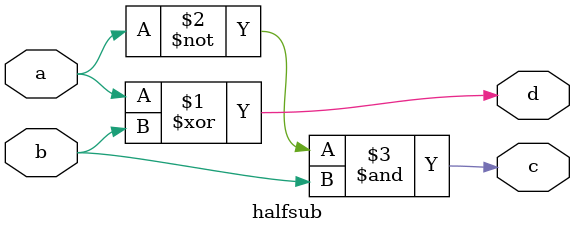
<source format=sv>
`timescale 1ns / 1ps


module halfsub(
       input logic a,b,
       output logic d,c
    );
    assign d = a ^ b;
    assign c = ~a & b;
endmodule

</source>
